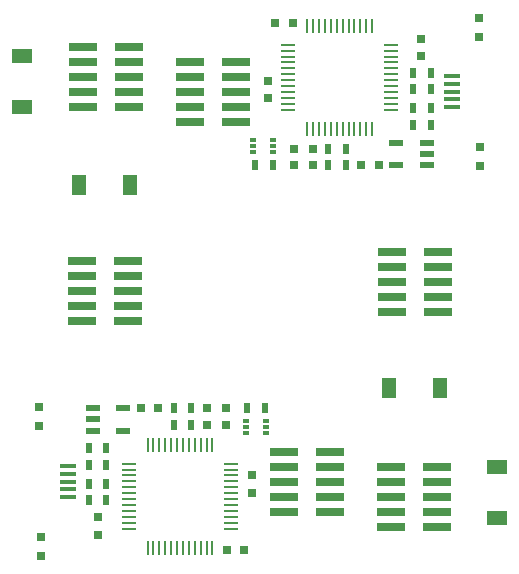
<source format=gtp>
%TF.GenerationSoftware,KiCad,Pcbnew,4.0.6*%
%TF.CreationDate,2017-04-20T11:48:03-04:00*%
%TF.ProjectId,Panel,50616E656C2E6B696361645F70636200,rev?*%
%TF.FileFunction,Paste,Top*%
%FSLAX46Y46*%
G04 Gerber Fmt 4.6, Leading zero omitted, Abs format (unit mm)*
G04 Created by KiCad (PCBNEW 4.0.6) date Thu Apr 20 11:48:03 2017*
%MOMM*%
%LPD*%
G01*
G04 APERTURE LIST*
%ADD10C,0.100000*%
%ADD11R,2.400000X0.760000*%
%ADD12R,1.699260X1.198880*%
%ADD13R,1.198880X1.699260*%
%ADD14R,1.300000X0.250000*%
%ADD15R,0.250000X1.300000*%
%ADD16R,0.800000X0.750000*%
%ADD17R,0.500000X0.900000*%
%ADD18R,0.800000X0.800000*%
%ADD19R,0.750000X0.800000*%
%ADD20R,1.400000X0.398780*%
%ADD21R,0.500000X0.375000*%
%ADD22R,1.198880X0.548640*%
G04 APERTURE END LIST*
D10*
D11*
X133676200Y-119571000D03*
X137576200Y-119571000D03*
X133676200Y-120841000D03*
X137576200Y-120841000D03*
X133676200Y-122111000D03*
X137576200Y-122111000D03*
X133676200Y-123381000D03*
X137576200Y-123381000D03*
X133676200Y-124651000D03*
X137576200Y-124651000D03*
D12*
X142600000Y-142073080D03*
X142600000Y-137750000D03*
D11*
X133600000Y-137730000D03*
X137500000Y-137730000D03*
X133600000Y-139000000D03*
X137500000Y-139000000D03*
X133600000Y-140270000D03*
X137500000Y-140270000D03*
X133600000Y-141540000D03*
X137500000Y-141540000D03*
X133600000Y-142810000D03*
X137500000Y-142810000D03*
D13*
X133464660Y-131111000D03*
X137787740Y-131111000D03*
D11*
X111400000Y-107270000D03*
X107500000Y-107270000D03*
X111400000Y-106000000D03*
X107500000Y-106000000D03*
X111400000Y-104730000D03*
X107500000Y-104730000D03*
X111400000Y-103460000D03*
X107500000Y-103460000D03*
X111400000Y-102190000D03*
X107500000Y-102190000D03*
D12*
X102400000Y-102926920D03*
X102400000Y-107250000D03*
D13*
X111535340Y-113889000D03*
X107212260Y-113889000D03*
D11*
X111323800Y-125429000D03*
X107423800Y-125429000D03*
X111323800Y-124159000D03*
X107423800Y-124159000D03*
X111323800Y-122889000D03*
X107423800Y-122889000D03*
X111323800Y-121619000D03*
X107423800Y-121619000D03*
X111323800Y-120349000D03*
X107423800Y-120349000D03*
D14*
X120091400Y-142984000D03*
X120091400Y-142484000D03*
X120091400Y-141984000D03*
X120091400Y-141484000D03*
X120091400Y-140984000D03*
X120091400Y-140484000D03*
X120091400Y-139984000D03*
X120091400Y-139484000D03*
X120091400Y-138984000D03*
X120091400Y-138484000D03*
X120091400Y-137984000D03*
X120091400Y-137484000D03*
D15*
X118491400Y-135884000D03*
X117991400Y-135884000D03*
X117491400Y-135884000D03*
X116991400Y-135884000D03*
X116491400Y-135884000D03*
X115991400Y-135884000D03*
X115491400Y-135884000D03*
X114991400Y-135884000D03*
X114491400Y-135884000D03*
X113991400Y-135884000D03*
X113491400Y-135884000D03*
X112991400Y-135884000D03*
D14*
X111391400Y-137484000D03*
X111391400Y-137984000D03*
X111391400Y-138484000D03*
X111391400Y-138984000D03*
X111391400Y-139484000D03*
X111391400Y-139984000D03*
X111391400Y-140484000D03*
X111391400Y-140984000D03*
X111391400Y-141484000D03*
X111391400Y-141984000D03*
X111391400Y-142484000D03*
X111391400Y-142984000D03*
D15*
X112991400Y-144584000D03*
X113491400Y-144584000D03*
X113991400Y-144584000D03*
X114491400Y-144584000D03*
X114991400Y-144584000D03*
X115491400Y-144584000D03*
X115991400Y-144584000D03*
X116491400Y-144584000D03*
X116991400Y-144584000D03*
X117491400Y-144584000D03*
X117991400Y-144584000D03*
X118491400Y-144584000D03*
D11*
X128450000Y-141540000D03*
X124550000Y-141540000D03*
X128450000Y-140270000D03*
X124550000Y-140270000D03*
X128450000Y-139000000D03*
X124550000Y-139000000D03*
X128450000Y-137730000D03*
X124550000Y-137730000D03*
X128450000Y-136460000D03*
X124550000Y-136460000D03*
D16*
X112414000Y-132800000D03*
X113914000Y-132800000D03*
D17*
X108000000Y-137600000D03*
X109500000Y-137600000D03*
D18*
X103835400Y-132718600D03*
X103835400Y-134318600D03*
D19*
X121800000Y-138450000D03*
X121800000Y-139950000D03*
X108839000Y-143494000D03*
X108839000Y-141994000D03*
D16*
X119700000Y-144800000D03*
X121200000Y-144800000D03*
D20*
X106223000Y-139000000D03*
X106223000Y-138350000D03*
X106223000Y-140300000D03*
X106223000Y-139650000D03*
X106223000Y-137700000D03*
D21*
X121350000Y-134900000D03*
X123050000Y-134900000D03*
X121350000Y-134400000D03*
X123050000Y-134400000D03*
X121350000Y-133900000D03*
X123050000Y-133900000D03*
D22*
X108347460Y-132781640D03*
X108347460Y-133731600D03*
X108347460Y-134681560D03*
X110943340Y-134681560D03*
X110943340Y-132781640D03*
D18*
X103937000Y-145266000D03*
X103937000Y-143666000D03*
X118000000Y-134200000D03*
X119600000Y-134200000D03*
X118000000Y-132800000D03*
X119600000Y-132800000D03*
D17*
X108000000Y-140600000D03*
X109500000Y-140600000D03*
X108000000Y-139200000D03*
X109500000Y-139200000D03*
X109500800Y-136190800D03*
X108000800Y-136190800D03*
X115200000Y-132800000D03*
X116700000Y-132800000D03*
X115200000Y-134200000D03*
X116700000Y-134200000D03*
X121400000Y-132800000D03*
X122900000Y-132800000D03*
D14*
X124908600Y-102016000D03*
X124908600Y-102516000D03*
X124908600Y-103016000D03*
X124908600Y-103516000D03*
X124908600Y-104016000D03*
X124908600Y-104516000D03*
X124908600Y-105016000D03*
X124908600Y-105516000D03*
X124908600Y-106016000D03*
X124908600Y-106516000D03*
X124908600Y-107016000D03*
X124908600Y-107516000D03*
D15*
X126508600Y-109116000D03*
X127008600Y-109116000D03*
X127508600Y-109116000D03*
X128008600Y-109116000D03*
X128508600Y-109116000D03*
X129008600Y-109116000D03*
X129508600Y-109116000D03*
X130008600Y-109116000D03*
X130508600Y-109116000D03*
X131008600Y-109116000D03*
X131508600Y-109116000D03*
X132008600Y-109116000D03*
D14*
X133608600Y-107516000D03*
X133608600Y-107016000D03*
X133608600Y-106516000D03*
X133608600Y-106016000D03*
X133608600Y-105516000D03*
X133608600Y-105016000D03*
X133608600Y-104516000D03*
X133608600Y-104016000D03*
X133608600Y-103516000D03*
X133608600Y-103016000D03*
X133608600Y-102516000D03*
X133608600Y-102016000D03*
D15*
X132008600Y-100416000D03*
X131508600Y-100416000D03*
X131008600Y-100416000D03*
X130508600Y-100416000D03*
X130008600Y-100416000D03*
X129508600Y-100416000D03*
X129008600Y-100416000D03*
X128508600Y-100416000D03*
X128008600Y-100416000D03*
X127508600Y-100416000D03*
X127008600Y-100416000D03*
X126508600Y-100416000D03*
D11*
X116550000Y-103460000D03*
X120450000Y-103460000D03*
X116550000Y-104730000D03*
X120450000Y-104730000D03*
X116550000Y-106000000D03*
X120450000Y-106000000D03*
X116550000Y-107270000D03*
X120450000Y-107270000D03*
X116550000Y-108540000D03*
X120450000Y-108540000D03*
D16*
X132586000Y-112200000D03*
X131086000Y-112200000D03*
D17*
X137000000Y-107400000D03*
X135500000Y-107400000D03*
D18*
X141164600Y-112281400D03*
X141164600Y-110681400D03*
D19*
X123200000Y-106550000D03*
X123200000Y-105050000D03*
X136161000Y-101506000D03*
X136161000Y-103006000D03*
D16*
X125300000Y-100200000D03*
X123800000Y-100200000D03*
D20*
X138777000Y-106000000D03*
X138777000Y-106650000D03*
X138777000Y-104700000D03*
X138777000Y-105350000D03*
X138777000Y-107300000D03*
D21*
X123650000Y-110100000D03*
X121950000Y-110100000D03*
X123650000Y-110600000D03*
X121950000Y-110600000D03*
X123650000Y-111100000D03*
X121950000Y-111100000D03*
D22*
X136652540Y-112218360D03*
X136652540Y-111268400D03*
X136652540Y-110318440D03*
X134056660Y-110318440D03*
X134056660Y-112218360D03*
D18*
X141063000Y-99734000D03*
X141063000Y-101334000D03*
X127000000Y-110800000D03*
X125400000Y-110800000D03*
X127000000Y-112200000D03*
X125400000Y-112200000D03*
D17*
X137000000Y-104400000D03*
X135500000Y-104400000D03*
X137000000Y-105800000D03*
X135500000Y-105800000D03*
X135499200Y-108809200D03*
X136999200Y-108809200D03*
X129800000Y-112200000D03*
X128300000Y-112200000D03*
X129800000Y-110800000D03*
X128300000Y-110800000D03*
X123600000Y-112200000D03*
X122100000Y-112200000D03*
M02*

</source>
